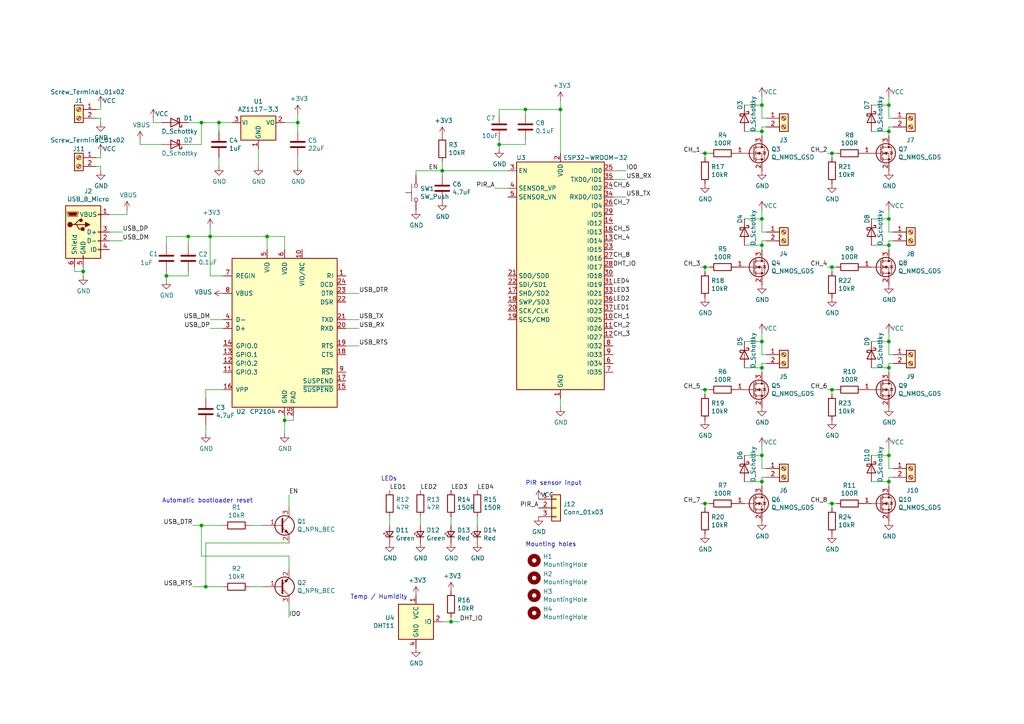
<source format=kicad_sch>
(kicad_sch (version 20250114) (generator "eeschema") (generator_version "9.0")
  (paper "A4")
  (text "PIR sensor input" (at 152.4 140.97 0) (effects (font (size 1.27 1.27)) (justify left bottom)))
  (text "Automatic bootloader reset" (at 46.99 146.05 0) (effects (font (size 1.27 1.27)) (justify left bottom)))
  (text "Mounting holes" (at 152.4 158.75 0) (effects (font (size 1.27 1.27)) (justify left bottom)))
  (text "Temp / Humidity" (at 101.6 173.99 0) (effects (font (size 1.27 1.27)) (justify left bottom)))
  (text "LEDs" (at 110.49 139.7 0) (effects (font (size 1.27 1.27)) (justify left bottom)))
  (junction (at 241.3 113.03))
  (junction (at 63.5 35.56))
  (junction (at 54.61 68.58))
  (junction (at 204.47 146.05))
  (junction (at 220.98 38.1))
  (junction (at 220.98 63.5))
  (junction (at 144.78 41.91))
  (junction (at 162.56 31.75))
  (junction (at 128.27 49.53))
  (junction (at 257.81 38.1))
  (junction (at 257.81 139.7))
  (junction (at 48.26 80.01))
  (junction (at 77.47 68.58))
  (junction (at 86.36 35.56))
  (junction (at 58.42 35.56))
  (junction (at 82.55 121.92))
  (junction (at 130.81 180.34))
  (junction (at 204.47 44.45))
  (junction (at 24.13 78.74))
  (junction (at 257.81 30.48))
  (junction (at 220.98 139.7))
  (junction (at 152.4 31.75))
  (junction (at 241.3 44.45))
  (junction (at 257.81 71.12))
  (junction (at 59.69 170.18))
  (junction (at 257.81 132.08))
  (junction (at 220.98 132.08))
  (junction (at 257.81 106.68))
  (junction (at 204.47 77.47))
  (junction (at 220.98 30.48))
  (junction (at 241.3 146.05))
  (junction (at 58.42 152.4))
  (junction (at 220.98 71.12))
  (junction (at 60.96 68.58))
  (junction (at 257.81 99.06))
  (junction (at 204.47 113.03))
  (junction (at 220.98 99.06))
  (junction (at 220.98 106.68))
  (junction (at 241.3 77.47))
  (junction (at 257.81 63.5))
  (wire (pts (xy 181.61 57.15) (xy 177.8 57.15)))
  (wire (pts (xy 220.98 106.68) (xy 220.98 107.95)))
  (wire (pts (xy 72.39 170.18) (xy 76.2 170.18)))
  (wire (pts (xy 257.81 132.08) (xy 257.81 135.89)))
  (wire (pts (xy 24.13 77.47) (xy 24.13 78.74)))
  (wire (pts (xy 215.9 30.48) (xy 220.98 30.48)))
  (wire (pts (xy 128.27 46.99) (xy 128.27 49.53)))
  (wire (pts (xy 48.26 68.58) (xy 54.61 68.58)))
  (wire (pts (xy 257.81 67.31) (xy 259.08 67.31)))
  (wire (pts (xy 138.43 149.86) (xy 138.43 152.4)))
  (wire (pts (xy 259.08 69.85) (xy 257.81 69.85)))
  (wire (pts (xy 241.3 77.47) (xy 242.57 77.47)))
  (wire (pts (xy 257.81 102.87) (xy 259.08 102.87)))
  (wire (pts (xy 44.45 35.56) (xy 46.99 35.56)))
  (wire (pts (xy 83.82 179.07) (xy 83.82 175.26)))
  (wire (pts (xy 128.27 50.8) (xy 128.27 49.53)))
  (wire (pts (xy 215.9 106.68) (xy 220.98 106.68)))
  (wire (pts (xy 24.13 78.74) (xy 21.59 78.74)))
  (wire (pts (xy 241.3 113.03) (xy 242.57 113.03)))
  (wire (pts (xy 48.26 71.12) (xy 48.26 68.58)))
  (wire (pts (xy 220.98 63.5) (xy 220.98 60.96)))
  (wire (pts (xy 59.69 115.57) (xy 59.69 113.03)))
  (wire (pts (xy 252.73 71.12) (xy 257.81 71.12)))
  (wire (pts (xy 133.35 180.34) (xy 130.81 180.34)))
  (wire (pts (xy 77.47 68.58) (xy 77.47 72.39)))
  (wire (pts (xy 72.39 152.4) (xy 76.2 152.4)))
  (wire (pts (xy 220.98 102.87) (xy 222.25 102.87)))
  (wire (pts (xy 128.27 49.53) (xy 147.32 49.53)))
  (wire (pts (xy 257.81 63.5) (xy 257.81 60.96)))
  (wire (pts (xy 60.96 92.71) (xy 64.77 92.71)))
  (wire (pts (xy 203.2 146.05) (xy 204.47 146.05)))
  (wire (pts (xy 215.9 139.7) (xy 220.98 139.7)))
  (wire (pts (xy 220.98 30.48) (xy 220.98 34.29)))
  (wire (pts (xy 29.21 45.72) (xy 29.21 44.45)))
  (wire (pts (xy 82.55 121.92) (xy 85.09 121.92)))
  (wire (pts (xy 203.2 44.45) (xy 204.47 44.45)))
  (wire (pts (xy 181.61 49.53) (xy 177.8 49.53)))
  (wire (pts (xy 77.47 68.58) (xy 82.55 68.58)))
  (wire (pts (xy 204.47 77.47) (xy 205.74 77.47)))
  (wire (pts (xy 203.2 77.47) (xy 204.47 77.47)))
  (wire (pts (xy 252.73 132.08) (xy 257.81 132.08)))
  (wire (pts (xy 83.82 143.51) (xy 83.82 147.32)))
  (wire (pts (xy 220.98 36.83) (xy 220.98 38.1)))
  (wire (pts (xy 220.98 99.06) (xy 220.98 102.87)))
  (wire (pts (xy 220.98 105.41) (xy 220.98 106.68)))
  (wire (pts (xy 59.69 113.03) (xy 64.77 113.03)))
  (wire (pts (xy 60.96 80.01) (xy 60.96 68.58)))
  (wire (pts (xy 220.98 139.7) (xy 220.98 140.97)))
  (wire (pts (xy 54.61 68.58) (xy 60.96 68.58)))
  (wire (pts (xy 130.81 149.86) (xy 130.81 152.4)))
  (wire (pts (xy 257.81 99.06) (xy 257.81 102.87)))
  (wire (pts (xy 83.82 157.48) (xy 59.69 157.48)))
  (wire (pts (xy 29.21 31.75) (xy 27.94 31.75)))
  (wire (pts (xy 35.56 69.85) (xy 31.75 69.85)))
  (wire (pts (xy 241.3 77.47) (xy 241.3 78.74)))
  (wire (pts (xy 74.93 48.26) (xy 74.93 43.18)))
  (wire (pts (xy 257.81 69.85) (xy 257.81 71.12)))
  (wire (pts (xy 257.81 135.89) (xy 259.08 135.89)))
  (wire (pts (xy 48.26 80.01) (xy 54.61 80.01)))
  (wire (pts (xy 257.81 34.29) (xy 259.08 34.29)))
  (wire (pts (xy 63.5 48.26) (xy 63.5 45.72)))
  (wire (pts (xy 257.81 38.1) (xy 257.81 39.37)))
  (wire (pts (xy 252.73 38.1) (xy 257.81 38.1)))
  (wire (pts (xy 257.81 30.48) (xy 257.81 27.94)))
  (wire (pts (xy 86.36 35.56) (xy 82.55 35.56)))
  (wire (pts (xy 240.03 44.45) (xy 241.3 44.45)))
  (wire (pts (xy 220.98 132.08) (xy 220.98 129.54)))
  (wire (pts (xy 220.98 63.5) (xy 220.98 67.31)))
  (wire (pts (xy 58.42 152.4) (xy 64.77 152.4)))
  (wire (pts (xy 144.78 43.18) (xy 144.78 41.91)))
  (wire (pts (xy 82.55 125.73) (xy 82.55 121.92)))
  (wire (pts (xy 55.88 170.18) (xy 59.69 170.18)))
  (wire (pts (xy 31.75 62.23) (xy 36.83 62.23)))
  (wire (pts (xy 222.25 69.85) (xy 220.98 69.85)))
  (wire (pts (xy 204.47 44.45) (xy 205.74 44.45)))
  (wire (pts (xy 220.98 69.85) (xy 220.98 71.12)))
  (wire (pts (xy 60.96 95.25) (xy 64.77 95.25)))
  (wire (pts (xy 222.25 105.41) (xy 220.98 105.41)))
  (wire (pts (xy 259.08 36.83) (xy 257.81 36.83)))
  (wire (pts (xy 215.9 99.06) (xy 220.98 99.06)))
  (wire (pts (xy 54.61 35.56) (xy 58.42 35.56)))
  (wire (pts (xy 252.73 139.7) (xy 257.81 139.7)))
  (wire (pts (xy 240.03 113.03) (xy 241.3 113.03)))
  (wire (pts (xy 252.73 63.5) (xy 257.81 63.5)))
  (wire (pts (xy 152.4 41.91) (xy 152.4 40.64)))
  (wire (pts (xy 86.36 48.26) (xy 86.36 45.72)))
  (wire (pts (xy 144.78 31.75) (xy 152.4 31.75)))
  (wire (pts (xy 85.09 121.92) (xy 85.09 120.65)))
  (wire (pts (xy 220.98 34.29) (xy 222.25 34.29)))
  (wire (pts (xy 82.55 121.92) (xy 82.55 120.65)))
  (wire (pts (xy 241.3 44.45) (xy 242.57 44.45)))
  (wire (pts (xy 162.56 118.11) (xy 162.56 115.57)))
  (wire (pts (xy 24.13 80.01) (xy 24.13 78.74)))
  (wire (pts (xy 204.47 146.05) (xy 204.47 147.32)))
  (wire (pts (xy 55.88 152.4) (xy 58.42 152.4)))
  (wire (pts (xy 58.42 35.56) (xy 63.5 35.56)))
  (wire (pts (xy 82.55 68.58) (xy 82.55 72.39)))
  (wire (pts (xy 220.98 138.43) (xy 220.98 139.7)))
  (wire (pts (xy 130.81 180.34) (xy 130.81 179.07)))
  (wire (pts (xy 59.69 170.18) (xy 64.77 170.18)))
  (wire (pts (xy 257.81 99.06) (xy 257.81 96.52)))
  (wire (pts (xy 259.08 105.41) (xy 257.81 105.41)))
  (wire (pts (xy 220.98 67.31) (xy 222.25 67.31)))
  (wire (pts (xy 204.47 113.03) (xy 205.74 113.03)))
  (wire (pts (xy 257.81 106.68) (xy 257.81 107.95)))
  (wire (pts (xy 58.42 41.91) (xy 54.61 41.91)))
  (wire (pts (xy 222.25 138.43) (xy 220.98 138.43)))
  (wire (pts (xy 252.73 106.68) (xy 257.81 106.68)))
  (wire (pts (xy 241.3 146.05) (xy 242.57 146.05)))
  (wire (pts (xy 181.61 52.07) (xy 177.8 52.07)))
  (wire (pts (xy 48.26 78.74) (xy 48.26 80.01)))
  (wire (pts (xy 31.75 67.31) (xy 35.56 67.31)))
  (wire (pts (xy 29.21 30.48) (xy 29.21 31.75)))
  (wire (pts (xy 215.9 132.08) (xy 220.98 132.08)))
  (wire (pts (xy 104.14 100.33) (xy 100.33 100.33)))
  (wire (pts (xy 143.51 54.61) (xy 147.32 54.61)))
  (wire (pts (xy 257.81 63.5) (xy 257.81 67.31)))
  (wire (pts (xy 63.5 35.56) (xy 67.31 35.56)))
  (wire (pts (xy 83.82 161.29) (xy 58.42 161.29)))
  (wire (pts (xy 252.73 99.06) (xy 257.81 99.06)))
  (wire (pts (xy 252.73 30.48) (xy 257.81 30.48)))
  (wire (pts (xy 215.9 63.5) (xy 220.98 63.5)))
  (wire (pts (xy 128.27 180.34) (xy 130.81 180.34)))
  (wire (pts (xy 204.47 44.45) (xy 204.47 45.72)))
  (wire (pts (xy 203.2 113.03) (xy 204.47 113.03)))
  (wire (pts (xy 36.83 60.96) (xy 36.83 62.23)))
  (wire (pts (xy 54.61 80.01) (xy 54.61 78.74)))
  (wire (pts (xy 204.47 113.03) (xy 204.47 114.3)))
  (wire (pts (xy 86.36 33.02) (xy 86.36 35.56)))
  (wire (pts (xy 257.81 105.41) (xy 257.81 106.68)))
  (wire (pts (xy 220.98 38.1) (xy 220.98 39.37)))
  (wire (pts (xy 240.03 146.05) (xy 241.3 146.05)))
  (wire (pts (xy 58.42 35.56) (xy 58.42 41.91)))
  (wire (pts (xy 215.9 71.12) (xy 220.98 71.12)))
  (wire (pts (xy 44.45 34.29) (xy 44.45 35.56)))
  (wire (pts (xy 144.78 41.91) (xy 152.4 41.91)))
  (wire (pts (xy 241.3 146.05) (xy 241.3 147.32)))
  (wire (pts (xy 104.14 85.09) (xy 100.33 85.09)))
  (wire (pts (xy 121.92 149.86) (xy 121.92 152.4)))
  (wire (pts (xy 220.98 99.06) (xy 220.98 96.52)))
  (wire (pts (xy 60.96 66.04) (xy 60.96 68.58)))
  (wire (pts (xy 27.94 45.72) (xy 29.21 45.72)))
  (wire (pts (xy 241.3 44.45) (xy 241.3 45.72)))
  (wire (pts (xy 83.82 165.1) (xy 83.82 161.29)))
  (wire (pts (xy 257.81 132.08) (xy 257.81 129.54)))
  (wire (pts (xy 204.47 146.05) (xy 205.74 146.05)))
  (wire (pts (xy 257.81 71.12) (xy 257.81 72.39)))
  (wire (pts (xy 257.81 139.7) (xy 257.81 140.97)))
  (wire (pts (xy 257.81 36.83) (xy 257.81 38.1)))
  (wire (pts (xy 104.14 95.25) (xy 100.33 95.25)))
  (wire (pts (xy 60.96 68.58) (xy 77.47 68.58)))
  (wire (pts (xy 162.56 31.75) (xy 152.4 31.75)))
  (wire (pts (xy 40.64 41.91) (xy 46.99 41.91)))
  (wire (pts (xy 120.65 49.53) (xy 120.65 50.8)))
  (wire (pts (xy 220.98 30.48) (xy 220.98 27.94)))
  (wire (pts (xy 58.42 161.29) (xy 58.42 152.4)))
  (wire (pts (xy 59.69 125.73) (xy 59.69 123.19)))
  (wire (pts (xy 60.96 80.01) (xy 64.77 80.01)))
  (wire (pts (xy 29.21 48.26) (xy 29.21 49.53)))
  (wire (pts (xy 27.94 34.29) (xy 29.21 34.29)))
  (wire (pts (xy 220.98 132.08) (xy 220.98 135.89)))
  (wire (pts (xy 144.78 41.91) (xy 144.78 40.64)))
  (wire (pts (xy 21.59 78.74) (xy 21.59 77.47)))
  (wire (pts (xy 241.3 113.03) (xy 241.3 114.3)))
  (wire (pts (xy 240.03 77.47) (xy 241.3 77.47)))
  (wire (pts (xy 29.21 34.29) (xy 29.21 35.56)))
  (wire (pts (xy 222.25 36.83) (xy 220.98 36.83)))
  (wire (pts (xy 59.69 157.48) (xy 59.69 170.18)))
  (wire (pts (xy 257.81 30.48) (xy 257.81 34.29)))
  (wire (pts (xy 144.78 33.02) (xy 144.78 31.75)))
  (wire (pts (xy 259.08 138.43) (xy 257.81 138.43)))
  (wire (pts (xy 86.36 38.1) (xy 86.36 35.56)))
  (wire (pts (xy 152.4 31.75) (xy 152.4 33.02)))
  (wire (pts (xy 48.26 80.01) (xy 48.26 81.28)))
  (wire (pts (xy 40.64 40.64) (xy 40.64 41.91)))
  (wire (pts (xy 257.81 138.43) (xy 257.81 139.7)))
  (wire (pts (xy 63.5 35.56) (xy 63.5 38.1)))
  (wire (pts (xy 120.65 49.53) (xy 128.27 49.53)))
  (wire (pts (xy 27.94 48.26) (xy 29.21 48.26)))
  (wire (pts (xy 162.56 29.21) (xy 162.56 31.75)))
  (wire (pts (xy 100.33 92.71) (xy 104.14 92.71)))
  (wire (pts (xy 162.56 31.75) (xy 162.56 44.45)))
  (wire (pts (xy 204.47 77.47) (xy 204.47 78.74)))
  (wire (pts (xy 113.03 149.86) (xy 113.03 152.4)))
  (wire (pts (xy 220.98 135.89) (xy 222.25 135.89)))
  (wire (pts (xy 220.98 71.12) (xy 220.98 72.39)))
  (wire (pts (xy 54.61 71.12) (xy 54.61 68.58)))
  (wire (pts (xy 215.9 38.1) (xy 220.98 38.1)))
  (label "CH_3" (at 177.8 97.79 0))
  (label "USB_TX" (at 104.14 92.71 0))
  (label "LED3" (at 177.8 85.09 0))
  (label "EN" (at 83.82 143.51 0))
  (label "DHT_IO" (at 133.35 180.34 0))
  (label "CH_7" (at 203.2 146.05 180))
  (label "USB_TX" (at 181.61 57.15 0))
  (label "CH_8" (at 177.8 74.93 0))
  (label "USB_RX" (at 104.14 95.25 0))
  (label "CH_2" (at 177.8 95.25 0))
  (label "CH_6" (at 240.03 113.03 180))
  (label "DHT_IO" (at 177.8 77.47 0))
  (label "IO0" (at 181.61 49.53 0))
  (label "PIR_A" (at 156.21 147.32 180))
  (label "USB_DTR" (at 104.14 85.09 0))
  (label "LED4" (at 138.43 142.24 0))
  (label "USB_DP" (at 60.96 95.25 180))
  (label "CH_4" (at 240.03 77.47 180))
  (label "LED1" (at 113.03 142.24 0))
  (label "LED3" (at 130.81 142.24 0))
  (label "EN" (at 127 49.53 180))
  (label "CH_7" (at 177.8 59.69 0))
  (label "CH_2" (at 240.03 44.45 180))
  (label "PIR_A" (at 143.51 54.61 180))
  (label "USB_DM" (at 60.96 92.71 180))
  (label "LED1" (at 177.8 90.17 0))
  (label "CH_5" (at 177.8 67.31 0))
  (label "IO0" (at 83.82 179.07 0))
  (label "USB_DP" (at 35.56 67.31 0))
  (label "USB_DM" (at 35.56 69.85 0))
  (label "CH_4" (at 177.8 69.85 0))
  (label "USB_RTS" (at 104.14 100.33 0))
  (label "USB_RTS" (at 55.88 170.18 180))
  (label "CH_3" (at 203.2 77.47 180))
  (label "CH_1" (at 177.8 92.71 0))
  (label "CH_1" (at 203.2 44.45 180))
  (label "CH_6" (at 177.8 54.61 0))
  (label "CH_5" (at 203.2 113.03 180))
  (label "LED2" (at 177.8 87.63 0))
  (label "USB_RX" (at 181.61 52.07 0))
  (label "LED4" (at 177.8 82.55 0))
  (label "LED2" (at 121.92 142.24 0))
  (label "CH_8" (at 240.03 146.05 180))
  (label "USB_DTR" (at 55.88 152.4 180))
  (symbol (lib_id "RF_Module:ESP32-WROOM-32") (at 162.56 80.01 0) (unit 1)
    (property "Reference" "U3" (at 151.13 45.72 0))
    (property "Value" "ESP32-WROOM-32" (at 172.72 45.72 0))
    (property "Footprint" "RF_Module:ESP32-WROOM-32" (effects (hide yes)))
    (property "Datasheet" "https://www.espressif.com/sites/default/files/documentation/esp32-wroom-32_datasheet_en.pdf" (effects (hide yes)))
  )
  (symbol (lib_id "Device:Q_NMOS_GSD") (at 218.44 44.45 0) (unit 1)
    (property "Reference" "Q3" (at 223.6724 43.2816 0) (effects (justify left)))
    (property "Value" "Q_NMOS_GSD" (at 223.6724 45.593 0) (effects (justify left)))
    (property "Footprint" "Package_TO_SOT_SMD:SOT-23" (effects (hide yes)))
    (property "LCSC#" "C20917" (effects (hide yes)))
    (property "MFR" "Alpha & Omega Semico" (effects (hide yes)))
    (property "MPN" "AO3400A" (effects (hide yes)))
  )
  (symbol (lib_id "Regulator_Linear:AZ1117-3.3") (at 74.93 35.56 0) (unit 1)
    (property "Reference" "U1" (at 74.93 29.4132 0))
    (property "Value" "AZ1117-3.3" (at 74.93 31.7246 0))
    (property "Footprint" "Package_TO_SOT_SMD:SOT-223-3_TabPin2" (effects (hide yes)))
    (property "Datasheet" "https://www.diodes.com/assets/Datasheets/AZ1117.pdf" (effects (hide yes)))
    (property "LCSC#" "C92102" (effects (hide yes)))
    (property "MFR" "Diodes Incorporated" (effects (hide yes)))
    (property "MPN" "AZ1117CH-3.3TRG1" (effects (hide yes)))
  )
  (symbol (lib_id "Device:C") (at 63.5 41.91 0) (unit 1)
    (property "Reference" "C4" (at 66.421 40.7416 0) (effects (justify left)))
    (property "Value" "1uF" (at 66.421 43.053 0) (effects (justify left)))
    (property "Footprint" "Resistor_SMD:R_0603_1608Metric" (effects (hide yes)))
    (property "LCSC#" "C15849" (effects (hide yes)))
    (property "MFR" "Samsung Electro-Mechanics" (effects (hide yes)))
    (property "MPN" "CL10A105KB8NNNC" (effects (hide yes)))
  )
  (symbol (lib_id "Device:D_Schottky") (at 50.8 35.56 180) (unit 1)
    (property "Reference" "D1" (at 54.61 34.29 0))
    (property "Value" "D_Schottky" (at 52.07 38.1 0))
    (property "Footprint" "Diode_SMD:D_SOD-123" (effects (hide yes)))
    (property "LCSC#" "C8598" (effects (hide yes)))
    (property "MFR" "Changjiang Electronics Tech (CJ)" (effects (hide yes)))
    (property "MPN" "B5819W SL" (effects (hide yes)))
  )
  (symbol (lib_id "power:GND") (at 29.21 35.56 0) (unit 1)
    (property "Reference" "#PWR0101" (effects (hide yes)))
    (property "Value" "GND" (at 29.337 39.9542 0))
  )
  (symbol (lib_id "power:GND") (at 63.5 48.26 0) (unit 1)
    (property "Reference" "#PWR0102" (effects (hide yes)))
    (property "Value" "GND" (at 63.627 52.6542 0))
  )
  (symbol (lib_id "power:GND") (at 74.93 48.26 0) (unit 1)
    (property "Reference" "#PWR0103" (effects (hide yes)))
    (property "Value" "GND" (at 75.057 52.6542 0))
  )
  (symbol (lib_id "Connector:USB_B_Micro") (at 24.13 67.31 0) (unit 1)
    (property "Reference" "J2" (at 25.5778 55.4482 0))
    (property "Value" "USB_B_Micro" (at 25.5778 57.7596 0))
    (property "Footprint" "Connector_USB:USB_Micro-B_Molex-105017-0001" (effects (hide yes)))
  )
  (symbol (lib_id "power:VCC") (at 29.21 30.48 0) (unit 1)
    (property "Reference" "#PWR0104" (effects (hide yes)))
    (property "Value" "VCC" (at 31.75 29.21 0))
  )
  (symbol (lib_id "Connector:Screw_Terminal_01x02") (at 22.86 31.75 0) (mirror y) (unit 1)
    (property "Reference" "J1" (at 22.86 29.21 0))
    (property "Value" "Screw_Terminal_01x02" (at 25.4 26.67 0))
    (property "Footprint" "TerminalBlock_Phoenix:TerminalBlock_Phoenix_PT-1,5-2-3.5-H_1x02_P3.50mm_Horizontal" (effects (hide yes)))
  )
  (symbol (lib_id "Device:D_Schottky") (at 50.8 41.91 180) (unit 1)
    (property "Reference" "D2" (at 54.61 40.64 0))
    (property "Value" "D_Schottky" (at 52.07 44.45 0))
    (property "Footprint" "Diode_SMD:D_SOD-123" (effects (hide yes)))
    (property "LCSC#" "C8598" (effects (hide yes)))
    (property "MFR" "Changjiang Electronics Tech (CJ)" (effects (hide yes)))
    (property "MPN" "B5819W SL" (effects (hide yes)))
  )
  (symbol (lib_id "power:VCC") (at 44.45 34.29 0) (unit 1)
    (property "Reference" "#PWR0105" (effects (hide yes)))
    (property "Value" "VCC" (at 46.99 33.02 0))
  )
  (symbol (lib_id "power:VBUS") (at 40.64 40.64 0) (unit 1)
    (property "Reference" "#PWR0106" (effects (hide yes)))
    (property "Value" "VBUS" (at 41.021 36.2458 0))
  )
  (symbol (lib_id "power:VBUS") (at 36.83 60.96 0) (unit 1)
    (property "Reference" "#PWR0107" (effects (hide yes)))
    (property "Value" "VBUS" (at 37.211 56.5658 0))
  )
  (symbol (lib_id "power:GND") (at 24.13 80.01 0) (unit 1)
    (property "Reference" "#PWR0108" (effects (hide yes)))
    (property "Value" "GND" (at 24.257 84.4042 0))
  )
  (symbol (lib_id "Interface_USB:CP2104") (at 82.55 95.25 0) (unit 1)
    (property "Reference" "U2" (at 69.85 119.38 0))
    (property "Value" "CP2104" (at 76.2 119.38 0))
    (property "Footprint" "Package_DFN_QFN:QFN-24-1EP_4x4mm_P0.5mm_EP2.6x2.6mm" (effects (hide yes)))
    (property "Datasheet" "https://www.silabs.com/documents/public/data-sheets/cp2104.pdf" (effects (hide yes)))
    (property "LCSC#" "C47742" (effects (hide yes)))
    (property "MFR" "SILICON LABS" (effects (hide yes)))
    (property "MPN" "CP2104-F03-GMR" (effects (hide yes)))
  )
  (symbol (lib_id "power:+3V3") (at 86.36 33.02 0) (unit 1)
    (property "Reference" "#PWR0109" (effects (hide yes)))
    (property "Value" "+3V3" (at 86.741 28.6258 0))
  )
  (symbol (lib_id "Device:C") (at 86.36 41.91 0) (unit 1)
    (property "Reference" "C5" (at 89.281 40.7416 0) (effects (justify left)))
    (property "Value" "22uF" (at 89.281 43.053 0) (effects (justify left)))
    (property "Footprint" "Resistor_SMD:R_0603_1608Metric" (effects (hide yes)))
    (property "LCSC#" "C59461" (effects (hide yes)))
    (property "MFR" "Samsung Electro-Mechanics" (effects (hide yes)))
    (property "MPN" "CL10A226MQ8NRNC" (effects (hide yes)))
  )
  (symbol (lib_id "power:GND") (at 86.36 48.26 0) (unit 1)
    (property "Reference" "#PWR0110" (effects (hide yes)))
    (property "Value" "GND" (at 86.487 52.6542 0))
  )
  (symbol (lib_id "power:VBUS") (at 64.77 85.09 90) (unit 1)
    (property "Reference" "#PWR0111" (effects (hide yes)))
    (property "Value" "VBUS" (at 61.5442 84.709 90) (effects (justify left)))
  )
  (symbol (lib_id "power:+3V3") (at 60.96 66.04 0) (unit 1)
    (property "Reference" "#PWR0112" (effects (hide yes)))
    (property "Value" "+3V3" (at 61.341 61.6458 0))
  )
  (symbol (lib_id "Device:C") (at 54.61 74.93 0) (unit 1)
    (property "Reference" "C2" (at 57.531 73.7616 0) (effects (justify left)))
    (property "Value" "0.1uF" (at 57.531 76.073 0) (effects (justify left)))
    (property "Footprint" "Resistor_SMD:R_0402_1005Metric" (effects (hide yes)))
    (property "LCSC#" "C1525" (effects (hide yes)))
    (property "MFR" "Samsung Electro-Mechanics" (effects (hide yes)))
    (property "MPN" "CL05B104KO5NNNC" (effects (hide yes)))
  )
  (symbol (lib_id "Device:C") (at 48.26 74.93 0) (unit 1)
    (property "Reference" "C1" (at 43.18 73.66 0) (effects (justify left)))
    (property "Value" "1uF" (at 40.64 76.2 0) (effects (justify left)))
    (property "Footprint" "Resistor_SMD:R_0402_1005Metric" (effects (hide yes)))
    (property "LCSC#" "C52923" (effects (hide yes)))
    (property "MFR" "Samsung Electro-Mechanics" (effects (hide yes)))
    (property "MPN" "CL05A105KA5NQNC" (effects (hide yes)))
  )
  (symbol (lib_id "power:GND") (at 48.26 81.28 0) (unit 1)
    (property "Reference" "#PWR0113" (effects (hide yes)))
    (property "Value" "GND" (at 48.387 85.6742 0))
  )
  (symbol (lib_id "Device:C") (at 59.69 119.38 0) (unit 1)
    (property "Reference" "C3" (at 62.611 118.2116 0) (effects (justify left)))
    (property "Value" "4.7uF" (at 62.611 120.523 0) (effects (justify left)))
    (property "Footprint" "Resistor_SMD:R_0603_1608Metric" (effects (hide yes)))
    (property "LCSC#" "C19666" (effects (hide yes)))
    (property "MFR" "Samsung Electro-Mechanics" (effects (hide yes)))
    (property "MPN" "CL10A475KO8NNNC" (effects (hide yes)))
  )
  (symbol (lib_id "power:GND") (at 59.69 125.73 0) (unit 1)
    (property "Reference" "#PWR0114" (effects (hide yes)))
    (property "Value" "GND" (at 59.817 130.1242 0))
  )
  (symbol (lib_id "power:GND") (at 82.55 125.73 0) (unit 1)
    (property "Reference" "#PWR0115" (effects (hide yes)))
    (property "Value" "GND" (at 82.677 130.1242 0))
  )
  (symbol (lib_id "Device:Q_NPN_BEC") (at 81.28 152.4 0) (unit 1)
    (property "Reference" "Q1" (at 86.1314 151.2316 0) (effects (justify left)))
    (property "Value" "Q_NPN_BEC" (at 86.1314 153.543 0) (effects (justify left)))
    (property "Footprint" "Package_TO_SOT_SMD:SOT-23" (effects (hide yes)))
    (property "LCSC#" "C2150" (effects (hide yes)))
    (property "MFR" "Changjiang Electronics Tech (CJ)" (effects (hide yes)))
    (property "MPN" "SS8050" (effects (hide yes)))
  )
  (symbol (lib_id "Device:Q_NPN_BEC") (at 81.28 170.18 0) (mirror x) (unit 1)
    (property "Reference" "Q2" (at 86.1314 169.0116 0) (effects (justify left)))
    (property "Value" "Q_NPN_BEC" (at 86.1314 171.323 0) (effects (justify left)))
    (property "Footprint" "Package_TO_SOT_SMD:SOT-23" (effects (hide yes)))
    (property "LCSC#" "C2150" (effects (hide yes)))
    (property "MFR" "Changjiang Electronics Tech (CJ)" (effects (hide yes)))
    (property "MPN" "SS8050" (effects (hide yes)))
  )
  (symbol (lib_id "Device:R") (at 68.58 152.4 270) (unit 1)
    (property "Reference" "R1" (at 68.58 147.1422 90))
    (property "Value" "10kR" (at 68.58 149.4536 90))
    (property "Footprint" "Resistor_SMD:R_0402_1005Metric" (effects (hide yes)))
    (property "LCSC#" "C25744" (effects (hide yes)))
    (property "MFR" "UNI-ROYAL(Uniroyal Elec)" (effects (hide yes)))
    (property "MPN" "0402WGF1002TCE" (effects (hide yes)))
  )
  (symbol (lib_id "Device:R") (at 68.58 170.18 270) (unit 1)
    (property "Reference" "R2" (at 68.58 164.9222 90))
    (property "Value" "10kR" (at 68.58 167.2336 90))
    (property "Footprint" "Resistor_SMD:R_0402_1005Metric" (effects (hide yes)))
    (property "LCSC#" "C25744" (effects (hide yes)))
    (property "MFR" "UNI-ROYAL(Uniroyal Elec)" (effects (hide yes)))
    (property "MPN" "0402WGF1002TCE" (effects (hide yes)))
  )
  (symbol (lib_id "power:+3V3") (at 162.56 29.21 0) (unit 1)
    (property "Reference" "#PWR0116" (effects (hide yes)))
    (property "Value" "+3V3" (at 162.941 24.8158 0))
  )
  (symbol (lib_id "Device:C") (at 152.4 36.83 0) (unit 1)
    (property "Reference" "C8" (at 155.321 35.6616 0) (effects (justify left)))
    (property "Value" "0.1uF" (at 155.321 37.973 0) (effects (justify left)))
    (property "Footprint" "Resistor_SMD:R_0402_1005Metric" (effects (hide yes)))
    (property "LCSC#" "C1525" (effects (hide yes)))
    (property "MFR" "Samsung Electro-Mechanics" (effects (hide yes)))
    (property "MPN" "CL05B104KO5NNNC" (effects (hide yes)))
  )
  (symbol (lib_id "Device:C") (at 144.78 36.83 0) (unit 1)
    (property "Reference" "C7" (at 140.97 34.29 0) (effects (justify left)))
    (property "Value" "10uF" (at 139.7 39.37 0) (effects (justify left)))
    (property "Footprint" "Resistor_SMD:R_0402_1005Metric" (effects (hide yes)))
    (property "LCSC#" "C15525" (effects (hide yes)))
    (property "MFR" "Samsung Electro-Mechanics" (effects (hide yes)))
    (property "MPN" "CL05A106MQ5NUNC" (effects (hide yes)))
  )
  (symbol (lib_id "power:GND") (at 144.78 43.18 0) (unit 1)
    (property "Reference" "#PWR0117" (effects (hide yes)))
    (property "Value" "GND" (at 144.907 47.5742 0))
  )
  (symbol (lib_id "Device:C") (at 128.27 54.61 0) (unit 1)
    (property "Reference" "C6" (at 131.191 53.4416 0) (effects (justify left)))
    (property "Value" "4.7uF" (at 131.191 55.753 0) (effects (justify left)))
    (property "Footprint" "Resistor_SMD:R_0402_1005Metric" (effects (hide yes)))
    (property "LCSC#" "C23733" (effects (hide yes)))
    (property "MFR" "Samsung Electro-Mechanics" (effects (hide yes)))
    (property "MPN" "CL05A475MP5NRNC" (effects (hide yes)))
  )
  (symbol (lib_id "power:GND") (at 128.27 58.42 0) (unit 1)
    (property "Reference" "#PWR0118" (effects (hide yes)))
    (property "Value" "GND" (at 128.397 62.8142 0))
  )
  (symbol (lib_id "Device:R") (at 128.27 43.18 180) (unit 1)
    (property "Reference" "R3" (at 130.048 42.0116 0) (effects (justify right)))
    (property "Value" "10kR" (at 130.048 44.323 0) (effects (justify right)))
    (property "Footprint" "Resistor_SMD:R_0402_1005Metric" (effects (hide yes)))
    (property "LCSC#" "C25744" (effects (hide yes)))
    (property "MFR" "UNI-ROYAL(Uniroyal Elec)" (effects (hide yes)))
    (property "MPN" "0402WGF1002TCE" (effects (hide yes)))
  )
  (symbol (lib_id "power:+3V3") (at 128.27 39.37 0) (unit 1)
    (property "Reference" "#PWR0119" (effects (hide yes)))
    (property "Value" "+3V3" (at 128.651 34.9758 0))
  )
  (symbol (lib_id "Switch:SW_Push") (at 120.65 55.88 90) (unit 1)
    (property "Reference" "SW1" (at 121.8692 54.7116 90) (effects (justify right)))
    (property "Value" "SW_Push" (at 121.8692 57.023 90) (effects (justify right)))
    (property "Footprint" "footprints:TS-1187A" (effects (hide yes)))
    (property "LCSC#" "C318888" (effects (hide yes)))
    (property "MFR" "XKB Connectivity" (effects (hide yes)))
    (property "MPN" "TS-1187A-C-D-B" (effects (hide yes)))
  )
  (symbol (lib_id "power:GND") (at 120.65 60.96 0) (unit 1)
    (property "Reference" "#PWR0120" (effects (hide yes)))
    (property "Value" "GND" (at 120.777 65.3542 0))
  )
  (symbol (lib_id "power:GND") (at 162.56 118.11 0) (unit 1)
    (property "Reference" "#PWR0121" (effects (hide yes)))
    (property "Value" "GND" (at 162.687 122.5042 0))
  )
  (symbol (lib_id "Device:R") (at 209.55 44.45 270) (unit 1)
    (property "Reference" "R4" (at 209.55 39.1922 90))
    (property "Value" "100R" (at 209.55 41.5036 90))
    (property "Footprint" "Resistor_SMD:R_0402_1005Metric" (effects (hide yes)))
    (property "LCSC#" "C25076" (effects (hide yes)))
    (property "MFR" "UNI-ROYAL(Uniroyal Elec)" (effects (hide yes)))
    (property "MPN" "0402WGF1000TCE" (effects (hide yes)))
  )
  (symbol (lib_id "power:GND") (at 220.98 49.53 0) (unit 1)
    (property "Reference" "#PWR0122" (effects (hide yes)))
    (property "Value" "GND" (at 221.107 53.9242 0))
  )
  (symbol (lib_id "Connector:Screw_Terminal_01x02") (at 227.33 34.29 0) (unit 1)
    (property "Reference" "J3" (at 226.06 40.64 0) (effects (justify left)))
    (property "Value" "Screw_Terminal_01x02" (effects (hide yes)))
    (property "Footprint" "TerminalBlock_Phoenix:TerminalBlock_Phoenix_PT-1,5-2-3.5-H_1x02_P3.50mm_Horizontal" (effects (hide yes)))
  )
  (symbol (lib_id "power:VCC") (at 220.98 27.94 0) (unit 1)
    (property "Reference" "#PWR0123" (effects (hide yes)))
    (property "Value" "VCC" (at 223.52 26.67 0))
  )
  (symbol (lib_id "Device:D_Schottky") (at 215.9 34.29 270) (unit 1)
    (property "Reference" "D3" (at 214.63 30.48 0))
    (property "Value" "D_Schottky" (at 218.44 33.02 0))
    (property "Footprint" "Diode_SMD:D_SOD-123" (effects (hide yes)))
    (property "LCSC#" "C8598" (effects (hide yes)))
    (property "MFR" "Changjiang Electronics Tech (CJ)" (effects (hide yes)))
    (property "MPN" "B5819W SL" (effects (hide yes)))
  )
  (symbol (lib_id "Device:Q_NMOS_GSD") (at 255.27 44.45 0) (unit 1)
    (property "Reference" "Q7" (at 260.5024 43.2816 0) (effects (justify left)))
    (property "Value" "Q_NMOS_GDS" (at 260.5024 45.593 0) (effects (justify left)))
    (property "Footprint" "Package_TO_SOT_SMD:SOT-23" (effects (hide yes)))
    (property "LCSC#" "C20917" (effects (hide yes)))
    (property "MFR" "Alpha & Omega Semico" (effects (hide yes)))
    (property "MPN" "AO3400A" (effects (hide yes)))
  )
  (symbol (lib_id "Device:R") (at 246.38 44.45 270) (unit 1)
    (property "Reference" "R8" (at 246.38 39.1922 90))
    (property "Value" "100R" (at 246.38 41.5036 90))
    (property "Footprint" "Resistor_SMD:R_0402_1005Metric" (effects (hide yes)))
    (property "LCSC#" "C25076" (effects (hide yes)))
    (property "MFR" "UNI-ROYAL(Uniroyal Elec)" (effects (hide yes)))
    (property "MPN" "0402WGF1000TCE" (effects (hide yes)))
  )
  (symbol (lib_id "power:GND") (at 257.81 49.53 0) (unit 1)
    (property "Reference" "#PWR0124" (effects (hide yes)))
    (property "Value" "GND" (at 257.937 53.9242 0))
  )
  (symbol (lib_id "Connector:Screw_Terminal_01x02") (at 264.16 34.29 0) (unit 1)
    (property "Reference" "J7" (at 262.89 40.64 0) (effects (justify left)))
    (property "Value" "Screw_Terminal_01x02" (effects (hide yes)))
    (property "Footprint" "TerminalBlock_Phoenix:TerminalBlock_Phoenix_PT-1,5-2-3.5-H_1x02_P3.50mm_Horizontal" (effects (hide yes)))
  )
  (symbol (lib_id "power:VCC") (at 257.81 27.94 0) (unit 1)
    (property "Reference" "#PWR0125" (effects (hide yes)))
    (property "Value" "VCC" (at 260.35 26.67 0))
  )
  (symbol (lib_id "Device:Q_NMOS_GSD") (at 218.44 77.47 0) (unit 1)
    (property "Reference" "Q4" (at 223.6724 76.3016 0) (effects (justify left)))
    (property "Value" "Q_NMOS_GDS" (at 223.6724 78.613 0) (effects (justify left)))
    (property "Footprint" "Package_TO_SOT_SMD:SOT-23" (effects (hide yes)))
    (property "LCSC#" "C20917" (effects (hide yes)))
    (property "MFR" "Alpha & Omega Semico" (effects (hide yes)))
    (property "MPN" "AO3400A" (effects (hide yes)))
  )
  (symbol (lib_id "Device:R") (at 209.55 77.47 270) (unit 1)
    (property "Reference" "R5" (at 209.55 72.2122 90))
    (property "Value" "100R" (at 209.55 74.5236 90))
    (property "Footprint" "Resistor_SMD:R_0402_1005Metric" (effects (hide yes)))
    (property "LCSC#" "C25076" (effects (hide yes)))
    (property "MFR" "UNI-ROYAL(Uniroyal Elec)" (effects (hide yes)))
    (property "MPN" "0402WGF1000TCE" (effects (hide yes)))
  )
  (symbol (lib_id "power:GND") (at 220.98 82.55 0) (unit 1)
    (property "Reference" "#PWR0126" (effects (hide yes)))
    (property "Value" "GND" (at 221.107 86.9442 0))
  )
  (symbol (lib_id "Connector:Screw_Terminal_01x02") (at 227.33 67.31 0) (unit 1)
    (property "Reference" "J4" (at 226.06 73.66 0) (effects (justify left)))
    (property "Value" "Screw_Terminal_01x02" (effects (hide yes)))
    (property "Footprint" "TerminalBlock_Phoenix:TerminalBlock_Phoenix_PT-1,5-2-3.5-H_1x02_P3.50mm_Horizontal" (effects (hide yes)))
  )
  (symbol (lib_id "power:VCC") (at 220.98 60.96 0) (unit 1)
    (property "Reference" "#PWR0127" (effects (hide yes)))
    (property "Value" "VCC" (at 223.52 59.69 0))
  )
  (symbol (lib_id "Device:Q_NMOS_GSD") (at 255.27 77.47 0) (unit 1)
    (property "Reference" "Q8" (at 260.5024 76.3016 0) (effects (justify left)))
    (property "Value" "Q_NMOS_GDS" (at 260.5024 78.613 0) (effects (justify left)))
    (property "Footprint" "Package_TO_SOT_SMD:SOT-23" (effects (hide yes)))
    (property "LCSC#" "C20917" (effects (hide yes)))
    (property "MFR" "Alpha & Omega Semico" (effects (hide yes)))
    (property "MPN" "AO3400A" (effects (hide yes)))
  )
  (symbol (lib_id "Device:R") (at 246.38 77.47 270) (unit 1)
    (property "Reference" "R9" (at 246.38 72.2122 90))
    (property "Value" "100R" (at 246.38 74.5236 90))
    (property "Footprint" "Resistor_SMD:R_0402_1005Metric" (effects (hide yes)))
    (property "LCSC#" "C25076" (effects (hide yes)))
    (property "MFR" "UNI-ROYAL(Uniroyal Elec)" (effects (hide yes)))
    (property "MPN" "0402WGF1000TCE" (effects (hide yes)))
  )
  (symbol (lib_id "power:GND") (at 257.81 82.55 0) (unit 1)
    (property "Reference" "#PWR0128" (effects (hide yes)))
    (property "Value" "GND" (at 257.937 86.9442 0))
  )
  (symbol (lib_id "Connector:Screw_Terminal_01x02") (at 264.16 67.31 0) (unit 1)
    (property "Reference" "J8" (at 262.89 73.66 0) (effects (justify left)))
    (property "Value" "Screw_Terminal_01x02" (effects (hide yes)))
    (property "Footprint" "TerminalBlock_Phoenix:TerminalBlock_Phoenix_PT-1,5-2-3.5-H_1x02_P3.50mm_Horizontal" (effects (hide yes)))
  )
  (symbol (lib_id "power:VCC") (at 257.81 60.96 0) (unit 1)
    (property "Reference" "#PWR0129" (effects (hide yes)))
    (property "Value" "VCC" (at 260.35 59.69 0))
  )
  (symbol (lib_id "Device:Q_NMOS_GSD") (at 218.44 113.03 0) (unit 1)
    (property "Reference" "Q5" (at 223.6724 111.8616 0) (effects (justify left)))
    (property "Value" "Q_NMOS_GDS" (at 223.6724 114.173 0) (effects (justify left)))
    (property "Footprint" "Package_TO_SOT_SMD:SOT-23" (effects (hide yes)))
    (property "LCSC#" "C20917" (effects (hide yes)))
    (property "MFR" "Alpha & Omega Semico" (effects (hide yes)))
    (property "MPN" "AO3400A" (effects (hide yes)))
  )
  (symbol (lib_id "Device:R") (at 209.55 113.03 270) (unit 1)
    (property "Reference" "R6" (at 209.55 107.7722 90))
    (property "Value" "100R" (at 209.55 110.0836 90))
    (property "Footprint" "Resistor_SMD:R_0402_1005Metric" (effects (hide yes)))
    (property "LCSC#" "C25076" (effects (hide yes)))
    (property "MFR" "UNI-ROYAL(Uniroyal Elec)" (effects (hide yes)))
    (property "MPN" "0402WGF1000TCE" (effects (hide yes)))
  )
  (symbol (lib_id "power:GND") (at 220.98 118.11 0) (unit 1)
    (property "Reference" "#PWR0130" (effects (hide yes)))
    (property "Value" "GND" (at 221.107 122.5042 0))
  )
  (symbol (lib_id "Connector:Screw_Terminal_01x02") (at 227.33 102.87 0) (unit 1)
    (property "Reference" "J5" (at 226.06 109.22 0) (effects (justify left)))
    (property "Value" "Screw_Terminal_01x02" (effects (hide yes)))
    (property "Footprint" "TerminalBlock_Phoenix:TerminalBlock_Phoenix_PT-1,5-2-3.5-H_1x02_P3.50mm_Horizontal" (effects (hide yes)))
  )
  (symbol (lib_id "power:VCC") (at 220.98 96.52 0) (unit 1)
    (property "Reference" "#PWR0131" (effects (hide yes)))
    (property "Value" "VCC" (at 223.52 95.25 0))
  )
  (symbol (lib_id "Device:Q_NMOS_GSD") (at 255.27 113.03 0) (unit 1)
    (property "Reference" "Q9" (at 260.5024 111.8616 0) (effects (justify left)))
    (property "Value" "Q_NMOS_GDS" (at 260.5024 114.173 0) (effects (justify left)))
    (property "Footprint" "Package_TO_SOT_SMD:SOT-23" (effects (hide yes)))
    (property "LCSC#" "C20917" (effects (hide yes)))
    (property "MFR" "Alpha & Omega Semico" (effects (hide yes)))
    (property "MPN" "AO3400A" (effects (hide yes)))
  )
  (symbol (lib_id "Device:R") (at 246.38 113.03 270) (unit 1)
    (property "Reference" "R10" (at 246.38 107.7722 90))
    (property "Value" "100R" (at 246.38 110.0836 90))
    (property "Footprint" "Resistor_SMD:R_0402_1005Metric" (effects (hide yes)))
    (property "LCSC#" "C25076" (effects (hide yes)))
    (property "MFR" "UNI-ROYAL(Uniroyal Elec)" (effects (hide yes)))
    (property "MPN" "0402WGF1000TCE" (effects (hide yes)))
  )
  (symbol (lib_id "power:GND") (at 257.81 118.11 0) (unit 1)
    (property "Reference" "#PWR0132" (effects (hide yes)))
    (property "Value" "GND" (at 257.937 122.5042 0))
  )
  (symbol (lib_id "Connector:Screw_Terminal_01x02") (at 264.16 102.87 0) (unit 1)
    (property "Reference" "J9" (at 262.89 109.22 0) (effects (justify left)))
    (property "Value" "Screw_Terminal_01x02" (effects (hide yes)))
    (property "Footprint" "TerminalBlock_Phoenix:TerminalBlock_Phoenix_PT-1,5-2-3.5-H_1x02_P3.50mm_Horizontal" (effects (hide yes)))
  )
  (symbol (lib_id "power:VCC") (at 257.81 96.52 0) (unit 1)
    (property "Reference" "#PWR0133" (effects (hide yes)))
    (property "Value" "VCC" (at 260.35 95.25 0))
  )
  (symbol (lib_id "Device:Q_NMOS_GSD") (at 218.44 146.05 0) (unit 1)
    (property "Reference" "Q6" (at 223.6724 144.8816 0) (effects (justify left)))
    (property "Value" "Q_NMOS_GDS" (at 223.6724 147.193 0) (effects (justify left)))
    (property "Footprint" "Package_TO_SOT_SMD:SOT-23" (effects (hide yes)))
    (property "LCSC#" "C20917" (effects (hide yes)))
    (property "MFR" "Alpha & Omega Semico" (effects (hide yes)))
    (property "MPN" "AO3400A" (effects (hide yes)))
  )
  (symbol (lib_id "Device:R") (at 209.55 146.05 270) (unit 1)
    (property "Reference" "R7" (at 209.55 140.7922 90))
    (property "Value" "100R" (at 209.55 143.1036 90))
    (property "Footprint" "Resistor_SMD:R_0402_1005Metric" (effects (hide yes)))
    (property "LCSC#" "C25076" (effects (hide yes)))
    (property "MFR" "UNI-ROYAL(Uniroyal Elec)" (effects (hide yes)))
    (property "MPN" "0402WGF1000TCE" (effects (hide yes)))
  )
  (symbol (lib_id "power:GND") (at 220.98 151.13 0) (unit 1)
    (property "Reference" "#PWR0134" (effects (hide yes)))
    (property "Value" "GND" (at 221.107 155.5242 0))
  )
  (symbol (lib_id "Connector:Screw_Terminal_01x02") (at 227.33 135.89 0) (unit 1)
    (property "Reference" "J6" (at 226.06 142.24 0) (effects (justify left)))
    (property "Value" "Screw_Terminal_01x02" (effects (hide yes)))
    (property "Footprint" "TerminalBlock_Phoenix:TerminalBlock_Phoenix_PT-1,5-2-3.5-H_1x02_P3.50mm_Horizontal" (effects (hide yes)))
  )
  (symbol (lib_id "power:VCC") (at 220.98 129.54 0) (unit 1)
    (property "Reference" "#PWR0135" (effects (hide yes)))
    (property "Value" "VCC" (at 223.52 128.27 0))
  )
  (symbol (lib_id "Device:Q_NMOS_GSD") (at 255.27 146.05 0) (unit 1)
    (property "Reference" "Q10" (at 260.5024 144.8816 0) (effects (justify left)))
    (property "Value" "Q_NMOS_GDS" (at 260.5024 147.193 0) (effects (justify left)))
    (property "Footprint" "Package_TO_SOT_SMD:SOT-23" (effects (hide yes)))
    (property "LCSC#" "C20917" (effects (hide yes)))
    (property "MFR" "Alpha & Omega Semico" (effects (hide yes)))
    (property "MPN" "AO3400A" (effects (hide yes)))
  )
  (symbol (lib_id "Device:R") (at 246.38 146.05 270) (unit 1)
    (property "Reference" "R11" (at 246.38 140.7922 90))
    (property "Value" "100R" (at 246.38 143.1036 90))
    (property "Footprint" "Resistor_SMD:R_0402_1005Metric" (effects (hide yes)))
    (property "LCSC#" "C25076" (effects (hide yes)))
    (property "MFR" "UNI-ROYAL(Uniroyal Elec)" (effects (hide yes)))
    (property "MPN" "0402WGF1000TCE" (effects (hide yes)))
  )
  (symbol (lib_id "power:GND") (at 257.81 151.13 0) (unit 1)
    (property "Reference" "#PWR0136" (effects (hide yes)))
    (property "Value" "GND" (at 257.937 155.5242 0))
  )
  (symbol (lib_id "Connector:Screw_Terminal_01x02") (at 264.16 135.89 0) (unit 1)
    (property "Reference" "J10" (at 262.89 142.24 0) (effects (justify left)))
    (property "Value" "Screw_Terminal_01x02" (effects (hide yes)))
    (property "Footprint" "TerminalBlock_Phoenix:TerminalBlock_Phoenix_PT-1,5-2-3.5-H_1x02_P3.50mm_Horizontal" (effects (hide yes)))
  )
  (symbol (lib_id "power:VCC") (at 257.81 129.54 0) (unit 1)
    (property "Reference" "#PWR0137" (effects (hide yes)))
    (property "Value" "VCC" (at 260.35 128.27 0))
  )
  (symbol (lib_id "Device:D_Schottky") (at 252.73 34.29 270) (unit 1)
    (property "Reference" "D7" (at 251.46 30.48 0))
    (property "Value" "D_Schottky" (at 255.27 33.02 0))
    (property "Footprint" "Diode_SMD:D_SOD-123" (effects (hide yes)))
    (property "LCSC#" "C8598" (effects (hide yes)))
    (property "MFR" "Changjiang Electronics Tech (CJ)" (effects (hide yes)))
    (property "MPN" "B5819W SL" (effects (hide yes)))
  )
  (symbol (lib_id "Device:D_Schottky") (at 215.9 67.31 270) (unit 1)
    (property "Reference" "D4" (at 214.63 63.5 0))
    (property "Value" "D_Schottky" (at 218.44 66.04 0))
    (property "Footprint" "Diode_SMD:D_SOD-123" (effects (hide yes)))
    (property "LCSC#" "C8598" (effects (hide yes)))
    (property "MFR" "Changjiang Electronics Tech (CJ)" (effects (hide yes)))
    (property "MPN" "B5819W SL" (effects (hide yes)))
  )
  (symbol (lib_id "Device:D_Schottky") (at 252.73 67.31 270) (unit 1)
    (property "Reference" "D8" (at 251.46 63.5 0))
    (property "Value" "D_Schottky" (at 255.27 66.04 0))
    (property "Footprint" "Diode_SMD:D_SOD-123" (effects (hide yes)))
    (property "LCSC#" "C8598" (effects (hide yes)))
    (property "MFR" "Changjiang Electronics Tech (CJ)" (effects (hide yes)))
    (property "MPN" "B5819W SL" (effects (hide yes)))
  )
  (symbol (lib_id "Device:D_Schottky") (at 215.9 102.87 270) (unit 1)
    (property "Reference" "D5" (at 214.63 99.06 0))
    (property "Value" "D_Schottky" (at 218.44 101.6 0))
    (property "Footprint" "Diode_SMD:D_SOD-123" (effects (hide yes)))
    (property "LCSC#" "C8598" (effects (hide yes)))
    (property "MFR" "Changjiang Electronics Tech (CJ)" (effects (hide yes)))
    (property "MPN" "B5819W SL" (effects (hide yes)))
  )
  (symbol (lib_id "Device:D_Schottky") (at 252.73 102.87 270) (unit 1)
    (property "Reference" "D9" (at 251.46 99.06 0))
    (property "Value" "D_Schottky" (at 255.27 101.6 0))
    (property "Footprint" "Diode_SMD:D_SOD-123" (effects (hide yes)))
    (property "LCSC#" "C8598" (effects (hide yes)))
    (property "MFR" "Changjiang Electronics Tech (CJ)" (effects (hide yes)))
    (property "MPN" "B5819W SL" (effects (hide yes)))
  )
  (symbol (lib_id "Device:D_Schottky") (at 252.73 135.89 270) (unit 1)
    (property "Reference" "D10" (at 251.46 132.08 0))
    (property "Value" "D_Schottky" (at 255.27 134.62 0))
    (property "Footprint" "Diode_SMD:D_SOD-123" (effects (hide yes)))
    (property "LCSC#" "C8598" (effects (hide yes)))
    (property "MFR" "Changjiang Electronics Tech (CJ)" (effects (hide yes)))
    (property "MPN" "B5819W SL" (effects (hide yes)))
  )
  (symbol (lib_id "Device:D_Schottky") (at 215.9 135.89 270) (unit 1)
    (property "Reference" "D6" (at 214.63 132.08 0))
    (property "Value" "D_Schottky" (at 218.44 134.62 0))
    (property "Footprint" "Diode_SMD:D_SOD-123" (effects (hide yes)))
    (property "LCSC#" "C8598" (effects (hide yes)))
    (property "MFR" "Changjiang Electronics Tech (CJ)" (effects (hide yes)))
    (property "MPN" "B5819W SL" (effects (hide yes)))
  )
  (symbol (lib_id "Device:R") (at 204.47 49.53 180) (unit 1)
    (property "Reference" "R17" (at 206.248 48.3616 0) (effects (justify right)))
    (property "Value" "10kR" (at 206.248 50.673 0) (effects (justify right)))
    (property "Footprint" "Resistor_SMD:R_0402_1005Metric" (effects (hide yes)))
    (property "LCSC#" "C25744" (effects (hide yes)))
    (property "MFR" "UNI-ROYAL(Uniroyal Elec)" (effects (hide yes)))
    (property "MPN" "0402WGF1002TCE" (effects (hide yes)))
  )
  (symbol (lib_id "power:GND") (at 204.47 53.34 0) (unit 1)
    (property "Reference" "#PWR05" (effects (hide yes)))
    (property "Value" "GND" (at 204.597 57.7342 0))
  )
  (symbol (lib_id "Device:R") (at 241.3 49.53 180) (unit 1)
    (property "Reference" "R21" (at 243.078 48.3616 0) (effects (justify right)))
    (property "Value" "10kR" (at 243.078 50.673 0) (effects (justify right)))
    (property "Footprint" "Resistor_SMD:R_0402_1005Metric" (effects (hide yes)))
    (property "LCSC#" "C25744" (effects (hide yes)))
    (property "MFR" "UNI-ROYAL(Uniroyal Elec)" (effects (hide yes)))
    (property "MPN" "0402WGF1002TCE" (effects (hide yes)))
  )
  (symbol (lib_id "power:GND") (at 241.3 53.34 0) (unit 1)
    (property "Reference" "#PWR09" (effects (hide yes)))
    (property "Value" "GND" (at 241.427 57.7342 0))
  )
  (symbol (lib_id "Device:R") (at 204.47 82.55 180) (unit 1)
    (property "Reference" "R18" (at 206.248 81.3816 0) (effects (justify right)))
    (property "Value" "10kR" (at 206.248 83.693 0) (effects (justify right)))
    (property "Footprint" "Resistor_SMD:R_0402_1005Metric" (effects (hide yes)))
    (property "LCSC#" "C25744" (effects (hide yes)))
    (property "MFR" "UNI-ROYAL(Uniroyal Elec)" (effects (hide yes)))
    (property "MPN" "0402WGF1002TCE" (effects (hide yes)))
  )
  (symbol (lib_id "power:GND") (at 204.47 86.36 0) (unit 1)
    (property "Reference" "#PWR06" (effects (hide yes)))
    (property "Value" "GND" (at 204.597 90.7542 0))
  )
  (symbol (lib_id "Device:R") (at 241.3 82.55 180) (unit 1)
    (property "Reference" "R22" (at 243.078 81.3816 0) (effects (justify right)))
    (property "Value" "10kR" (at 243.078 83.693 0) (effects (justify right)))
    (property "Footprint" "Resistor_SMD:R_0402_1005Metric" (effects (hide yes)))
    (property "LCSC#" "C25744" (effects (hide yes)))
    (property "MFR" "UNI-ROYAL(Uniroyal Elec)" (effects (hide yes)))
    (property "MPN" "0402WGF1002TCE" (effects (hide yes)))
  )
  (symbol (lib_id "power:GND") (at 241.3 86.36 0) (unit 1)
    (property "Reference" "#PWR010" (effects (hide yes)))
    (property "Value" "GND" (at 241.427 90.7542 0))
  )
  (symbol (lib_id "Device:R") (at 204.47 118.11 180) (unit 1)
    (property "Reference" "R19" (at 206.248 116.9416 0) (effects (justify right)))
    (property "Value" "10kR" (at 206.248 119.253 0) (effects (justify right)))
    (property "Footprint" "Resistor_SMD:R_0402_1005Metric" (effects (hide yes)))
    (property "LCSC#" "C25744" (effects (hide yes)))
    (property "MFR" "UNI-ROYAL(Uniroyal Elec)" (effects (hide yes)))
    (property "MPN" "0402WGF1002TCE" (effects (hide yes)))
  )
  (symbol (lib_id "power:GND") (at 204.47 121.92 0) (unit 1)
    (property "Reference" "#PWR07" (effects (hide yes)))
    (property "Value" "GND" (at 204.597 126.3142 0))
  )
  (symbol (lib_id "Device:R") (at 241.3 118.11 180) (unit 1)
    (property "Reference" "R23" (at 243.078 116.9416 0) (effects (justify right)))
    (property "Value" "10kR" (at 243.078 119.253 0) (effects (justify right)))
    (property "Footprint" "Resistor_SMD:R_0402_1005Metric" (effects (hide yes)))
    (property "LCSC#" "C25744" (effects (hide yes)))
    (property "MFR" "UNI-ROYAL(Uniroyal Elec)" (effects (hide yes)))
    (property "MPN" "0402WGF1002TCE" (effects (hide yes)))
  )
  (symbol (lib_id "power:GND") (at 241.3 121.92 0) (unit 1)
    (property "Reference" "#PWR011" (effects (hide yes)))
    (property "Value" "GND" (at 241.427 126.3142 0))
  )
  (symbol (lib_id "Device:R") (at 204.47 151.13 180) (unit 1)
    (property "Reference" "R20" (at 206.248 149.9616 0) (effects (justify right)))
    (property "Value" "10kR" (at 206.248 152.273 0) (effects (justify right)))
    (property "Footprint" "Resistor_SMD:R_0402_1005Metric" (effects (hide yes)))
    (property "LCSC#" "C25744" (effects (hide yes)))
    (property "MFR" "UNI-ROYAL(Uniroyal Elec)" (effects (hide yes)))
    (property "MPN" "0402WGF1002TCE" (effects (hide yes)))
  )
  (symbol (lib_id "power:GND") (at 204.47 154.94 0) (unit 1)
    (property "Reference" "#PWR08" (effects (hide yes)))
    (property "Value" "GND" (at 204.597 159.3342 0))
  )
  (symbol (lib_id "Device:R") (at 241.3 151.13 180) (unit 1)
    (property "Reference" "R24" (at 243.078 149.9616 0) (effects (justify right)))
    (property "Value" "10kR" (at 243.078 152.273 0) (effects (justify right)))
    (property "Footprint" "Resistor_SMD:R_0402_1005Metric" (effects (hide yes)))
    (property "LCSC#" "C25744" (effects (hide yes)))
    (property "MFR" "UNI-ROYAL(Uniroyal Elec)" (effects (hide yes)))
    (property "MPN" "0402WGF1002TCE" (effects (hide yes)))
  )
  (symbol (lib_id "power:GND") (at 241.3 154.94 0) (unit 1)
    (property "Reference" "#PWR012" (effects (hide yes)))
    (property "Value" "GND" (at 241.427 159.3342 0))
  )
  (symbol (lib_id "Connector:Screw_Terminal_01x02") (at 22.86 45.72 0) (mirror y) (unit 1)
    (property "Reference" "J11" (at 22.86 43.18 0))
    (property "Value" "Screw_Terminal_01x02" (at 25.4 40.64 0))
    (property "Footprint" "TerminalBlock_Phoenix:TerminalBlock_Phoenix_PT-1,5-2-3.5-H_1x02_P3.50mm_Horizontal" (effects (hide yes)))
  )
  (symbol (lib_id "power:VCC") (at 29.21 44.45 0) (unit 1)
    (property "Reference" "#PWR0138" (effects (hide yes)))
    (property "Value" "VCC" (at 31.75 43.18 0))
  )
  (symbol (lib_id "power:GND") (at 29.21 49.53 0) (unit 1)
    (property "Reference" "#PWR0139" (effects (hide yes)))
    (property "Value" "GND" (at 29.337 53.9242 0))
  )
  (symbol (lib_id "Connector_Generic:Conn_01x03") (at 161.29 147.32 0) (unit 1)
    (property "Reference" "J12" (at 163.322 146.2532 0) (effects (justify left)))
    (property "Value" "Conn_01x03" (at 163.322 148.5646 0) (effects (justify left)))
    (property "Footprint" "Connector_JST:JST_XH_B3B-XH-A_1x03_P2.50mm_Vertical" (effects (hide yes)))
  )
  (symbol (lib_id "power:GND") (at 156.21 149.86 0) (unit 1)
    (property "Reference" "#PWR0142" (effects (hide yes)))
    (property "Value" "GND" (at 156.337 154.2542 0))
  )
  (symbol (lib_id "power:VCC") (at 156.21 144.78 0) (unit 1)
    (property "Reference" "#PWR0140" (effects (hide yes)))
    (property "Value" "VCC" (at 158.75 143.51 0))
  )
  (symbol (lib_id "Mechanical:MountingHole") (at 154.94 162.56 0) (unit 1)
    (property "Reference" "H1" (at 157.48 161.3916 0) (effects (justify left)))
    (property "Value" "MountingHole" (at 157.48 163.703 0) (effects (justify left)))
    (property "Footprint" "MountingHole:MountingHole_3.2mm_M3" (effects (hide yes)))
  )
  (symbol (lib_id "Mechanical:MountingHole") (at 154.94 167.64 0) (unit 1)
    (property "Reference" "H2" (at 157.48 166.4716 0) (effects (justify left)))
    (property "Value" "MountingHole" (at 157.48 168.783 0) (effects (justify left)))
    (property "Footprint" "MountingHole:MountingHole_3.2mm_M3" (effects (hide yes)))
  )
  (symbol (lib_id "Mechanical:MountingHole") (at 154.94 172.72 0) (unit 1)
    (property "Reference" "H3" (at 157.48 171.5516 0) (effects (justify left)))
    (property "Value" "MountingHole" (at 157.48 173.863 0) (effects (justify left)))
    (property "Footprint" "MountingHole:MountingHole_3.2mm_M3" (effects (hide yes)))
  )
  (symbol (lib_id "Mechanical:MountingHole") (at 154.94 177.8 0) (unit 1)
    (property "Reference" "H4" (at 157.48 176.6316 0) (effects (justify left)))
    (property "Value" "MountingHole" (at 157.48 178.943 0) (effects (justify left)))
    (property "Footprint" "MountingHole:MountingHole_3.2mm_M3" (effects (hide yes)))
  )
  (symbol (lib_id "Device:LED_Small") (at 113.03 154.94 90) (unit 1)
    (property "Reference" "D11" (at 114.7572 153.7716 90) (effects (justify right)))
    (property "Value" "Green" (at 114.7572 156.083 90) (effects (justify right)))
    (property "Footprint" "LED_SMD:LED_0603_1608Metric" (effects (hide yes)))
    (property "LCSC#" "C72043" (effects (hide yes)))
    (property "MFR" "Everlight Elec" (effects (hide yes)))
    (property "MPN" "19-217/GHC-YR1S2/3T" (effects (hide yes)))
  )
  (symbol (lib_id "Device:LED_Small") (at 130.81 154.94 90) (unit 1)
    (property "Reference" "D13" (at 132.5372 153.7716 90) (effects (justify right)))
    (property "Value" "Red" (at 132.5372 156.083 90) (effects (justify right)))
    (property "Footprint" "LED_SMD:LED_0603_1608Metric" (effects (hide yes)))
    (property "LCSC#" "C2286" (effects (hide yes)))
  )
  (symbol (lib_id "Device:LED_Small") (at 121.92 154.94 90) (unit 1)
    (property "Reference" "D12" (at 123.6472 153.7716 90) (effects (justify right)))
    (property "Value" "Green" (at 123.6472 156.083 90) (effects (justify right)))
    (property "Footprint" "LED_SMD:LED_0603_1608Metric" (effects (hide yes)))
    (property "LCSC#" "C72043" (effects (hide yes)))
    (property "MFR" "Everlight Elec" (effects (hide yes)))
    (property "MPN" "19-217/GHC-YR1S2/3T" (effects (hide yes)))
  )
  (symbol (lib_id "Device:R") (at 121.92 146.05 0) (unit 1)
    (property "Reference" "R13" (at 123.698 144.8816 0) (effects (justify left)))
    (property "Value" "47R" (at 123.698 147.193 0) (effects (justify left)))
    (property "Footprint" "Resistor_SMD:R_0402_1005Metric" (effects (hide yes)))
    (property "LCSC#" "C25118" (effects (hide yes)))
    (property "MFR" "UNI-ROYAL(Uniroyal Elec)" (effects (hide yes)))
    (property "MPN" "0402WGF470JTCE" (effects (hide yes)))
  )
  (symbol (lib_id "Device:LED_Small") (at 138.43 154.94 90) (unit 1)
    (property "Reference" "D14" (at 140.1572 153.7716 90) (effects (justify right)))
    (property "Value" "Red" (at 140.1572 156.083 90) (effects (justify right)))
    (property "Footprint" "LED_SMD:LED_0603_1608Metric" (effects (hide yes)))
    (property "LCSC#" "C2286" (effects (hide yes)))
  )
  (symbol (lib_id "Device:R") (at 130.81 146.05 0) (unit 1)
    (property "Reference" "R14" (at 132.588 144.8816 0) (effects (justify left)))
    (property "Value" "150R" (at 132.588 147.193 0) (effects (justify left)))
    (property "Footprint" "Resistor_SMD:R_0402_1005Metric" (effects (hide yes)))
    (property "LCSC#" "C25082" (effects (hide yes)))
    (property "MFR" "UNI-ROYAL(Uniroyal Elec)" (effects (hide yes)))
    (property "MPN" "0402WGF1500TCE" (effects (hide yes)))
  )
  (symbol (lib_id "Device:R") (at 138.43 146.05 0) (unit 1)
    (property "Reference" "R15" (at 140.208 144.8816 0) (effects (justify left)))
    (property "Value" "150R" (at 140.208 147.193 0) (effects (justify left)))
    (property "Footprint" "Resistor_SMD:R_0402_1005Metric" (effects (hide yes)))
    (property "LCSC#" "C25082" (effects (hide yes)))
    (property "MFR" "UNI-ROYAL(Uniroyal Elec)" (effects (hide yes)))
    (property "MPN" "0402WGF1500TCE" (effects (hide yes)))
  )
  (symbol (lib_id "power:GND") (at 138.43 157.48 0) (unit 1)
    (property "Reference" "#PWR04" (effects (hide yes)))
    (property "Value" "GND" (at 138.557 161.8742 0))
  )
  (symbol (lib_id "power:GND") (at 130.81 157.48 0) (unit 1)
    (property "Reference" "#PWR03" (effects (hide yes)))
    (property "Value" "GND" (at 130.937 161.8742 0))
  )
  (symbol (lib_id "power:GND") (at 121.92 157.48 0) (unit 1)
    (property "Reference" "#PWR02" (effects (hide yes)))
    (property "Value" "GND" (at 122.047 161.8742 0))
  )
  (symbol (lib_id "power:GND") (at 113.03 157.48 0) (unit 1)
    (property "Reference" "#PWR01" (effects (hide yes)))
    (property "Value" "GND" (at 113.157 161.8742 0))
  )
  (symbol (lib_id "Device:R") (at 113.03 146.05 0) (unit 1)
    (property "Reference" "R12" (at 114.808 144.8816 0) (effects (justify left)))
    (property "Value" "47R" (at 114.808 147.193 0) (effects (justify left)))
    (property "Footprint" "Resistor_SMD:R_0402_1005Metric" (effects (hide yes)))
    (property "LCSC#" "C25118" (effects (hide yes)))
    (property "MFR" "Everlight Elec" (effects (hide yes)))
    (property "MPN" "19-217/GHC-YR1S2/3T" (effects (hide yes)))
  )
  (symbol (lib_id "Sensor:DHT11") (at 120.65 180.34 0) (unit 1)
    (property "Reference" "U4" (at 114.4524 179.1716 0) (effects (justify right)))
    (property "Value" "DHT11" (at 114.4524 181.483 0) (effects (justify right)))
    (property "Footprint" "Sensor:Aosong_DHT11_5.5x12.0_P2.54mm" (effects (hide yes)))
    (property "Datasheet" "http://akizukidenshi.com/download/ds/aosong/DHT11.pdf" (effects (hide yes)))
  )
  (symbol (lib_id "power:+3V3") (at 120.65 172.72 0) (unit 1)
    (property "Reference" "#PWR0141" (effects (hide yes)))
    (property "Value" "+3V3" (at 121.031 168.3258 0))
  )
  (symbol (lib_id "power:GND") (at 120.65 187.96 0) (unit 1)
    (property "Reference" "#PWR0143" (effects (hide yes)))
    (property "Value" "GND" (at 120.777 192.3542 0))
  )
  (symbol (lib_id "Device:R") (at 130.81 175.26 180) (unit 1)
    (property "Reference" "R16" (at 132.588 174.0916 0) (effects (justify right)))
    (property "Value" "10kR" (at 132.588 176.403 0) (effects (justify right)))
    (property "Footprint" "Resistor_SMD:R_0402_1005Metric" (effects (hide yes)))
    (property "LCSC#" "C25744" (effects (hide yes)))
    (property "MFR" "UNI-ROYAL(Uniroyal Elec)" (effects (hide yes)))
    (property "MPN" "0402WGF1002TCE" (effects (hide yes)))
  )
  (symbol (lib_id "power:+3V3") (at 130.81 171.45 0) (unit 1)
    (property "Reference" "#PWR0144" (effects (hide yes)))
    (property "Value" "+3V3" (at 131.191 167.0558 0))
  )
)
</source>
